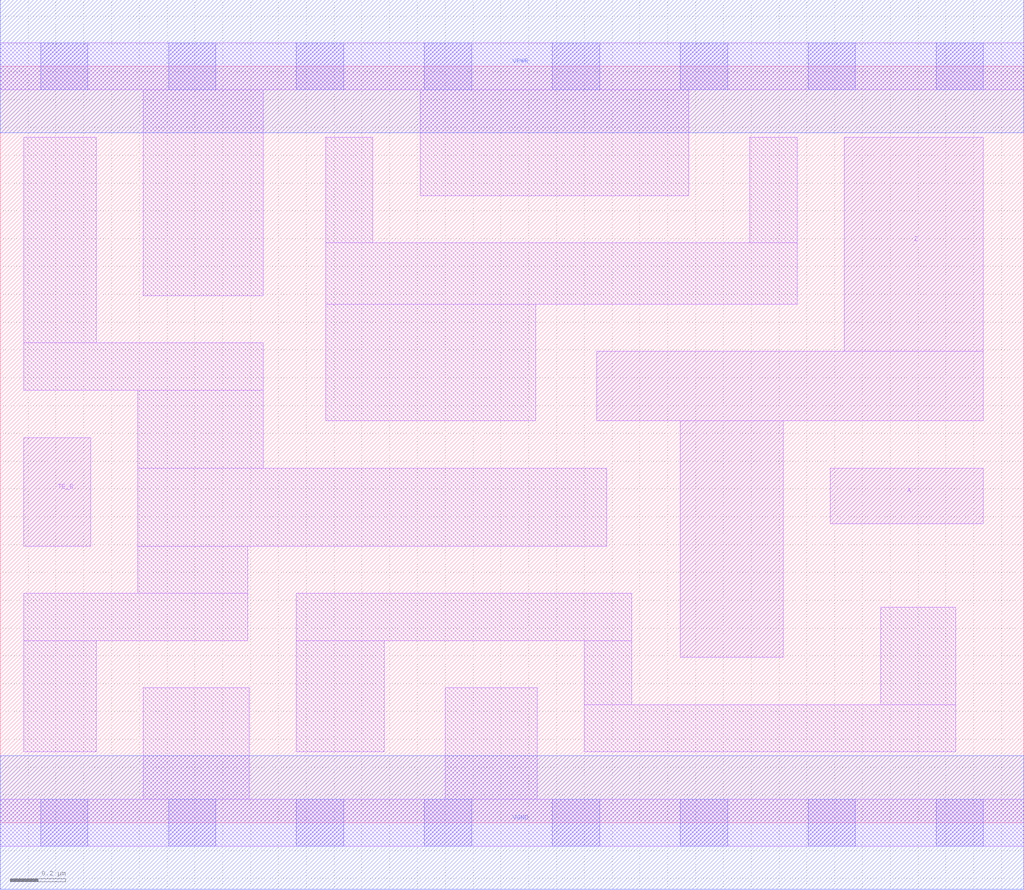
<source format=lef>
# Copyright 2020 The SkyWater PDK Authors
#
# Licensed under the Apache License, Version 2.0 (the "License");
# you may not use this file except in compliance with the License.
# You may obtain a copy of the License at
#
#     https://www.apache.org/licenses/LICENSE-2.0
#
# Unless required by applicable law or agreed to in writing, software
# distributed under the License is distributed on an "AS IS" BASIS,
# WITHOUT WARRANTIES OR CONDITIONS OF ANY KIND, either express or implied.
# See the License for the specific language governing permissions and
# limitations under the License.
#
# SPDX-License-Identifier: Apache-2.0

VERSION 5.7 ;
  NOWIREEXTENSIONATPIN ON ;
  DIVIDERCHAR "/" ;
  BUSBITCHARS "[]" ;
UNITS
  DATABASE MICRONS 200 ;
END UNITS
PROPERTYDEFINITIONS
  MACRO maskLayoutSubType STRING ;
  MACRO prCellType STRING ;
  MACRO originalViewName STRING ;
END PROPERTYDEFINITIONS
MACRO sky130_fd_sc_hdll__einvn_2
  CLASS CORE ;
  FOREIGN sky130_fd_sc_hdll__einvn_2 ;
  ORIGIN  0.000000  0.000000 ;
  SIZE  3.680000 BY  2.720000 ;
  SYMMETRY X Y R90 ;
  SITE unithd ;
  PIN A
    ANTENNAGATEAREA  0.555000 ;
    DIRECTION INPUT ;
    USE SIGNAL ;
    PORT
      LAYER li1 ;
        RECT 2.985000 1.075000 3.535000 1.275000 ;
    END
  END A
  PIN TE_B
    ANTENNAGATEAREA  0.516600 ;
    DIRECTION INPUT ;
    USE SIGNAL ;
    PORT
      LAYER li1 ;
        RECT 0.085000 0.995000 0.325000 1.385000 ;
    END
  END TE_B
  PIN VGND
    ANTENNADIFFAREA  0.284700 ;
    DIRECTION INOUT ;
    USE SIGNAL ;
    PORT
      LAYER met1 ;
        RECT 0.000000 -0.240000 3.680000 0.240000 ;
    END
  END VGND
  PIN VPWR
    ANTENNADIFFAREA  0.552600 ;
    DIRECTION INOUT ;
    USE SIGNAL ;
    PORT
      LAYER met1 ;
        RECT 0.000000 2.480000 3.680000 2.960000 ;
    END
  END VPWR
  PIN Z
    ANTENNADIFFAREA  0.768000 ;
    DIRECTION OUTPUT ;
    USE SIGNAL ;
    PORT
      LAYER li1 ;
        RECT 2.145000 1.445000 3.535000 1.695000 ;
        RECT 2.445000 0.595000 2.815000 1.445000 ;
        RECT 3.035000 1.695000 3.535000 2.465000 ;
    END
  END Z
  OBS
    LAYER li1 ;
      RECT 0.000000 -0.085000 3.680000 0.085000 ;
      RECT 0.000000  2.635000 3.680000 2.805000 ;
      RECT 0.085000  0.255000 0.345000 0.655000 ;
      RECT 0.085000  0.655000 0.890000 0.825000 ;
      RECT 0.085000  1.555000 0.945000 1.725000 ;
      RECT 0.085000  1.725000 0.345000 2.465000 ;
      RECT 0.495000  0.825000 0.890000 0.995000 ;
      RECT 0.495000  0.995000 2.180000 1.275000 ;
      RECT 0.495000  1.275000 0.945000 1.555000 ;
      RECT 0.515000  0.085000 0.895000 0.485000 ;
      RECT 0.515000  1.895000 0.945000 2.635000 ;
      RECT 1.065000  0.255000 1.380000 0.655000 ;
      RECT 1.065000  0.655000 2.270000 0.825000 ;
      RECT 1.170000  1.445000 1.925000 1.865000 ;
      RECT 1.170000  1.865000 2.865000 2.085000 ;
      RECT 1.170000  2.085000 1.340000 2.465000 ;
      RECT 1.510000  2.255000 2.475000 2.635000 ;
      RECT 1.600000  0.085000 1.930000 0.485000 ;
      RECT 2.100000  0.255000 3.435000 0.425000 ;
      RECT 2.100000  0.425000 2.270000 0.655000 ;
      RECT 2.695000  2.085000 2.865000 2.465000 ;
      RECT 3.165000  0.425000 3.435000 0.775000 ;
    LAYER mcon ;
      RECT 0.145000 -0.085000 0.315000 0.085000 ;
      RECT 0.145000  2.635000 0.315000 2.805000 ;
      RECT 0.605000 -0.085000 0.775000 0.085000 ;
      RECT 0.605000  2.635000 0.775000 2.805000 ;
      RECT 1.065000 -0.085000 1.235000 0.085000 ;
      RECT 1.065000  2.635000 1.235000 2.805000 ;
      RECT 1.525000 -0.085000 1.695000 0.085000 ;
      RECT 1.525000  2.635000 1.695000 2.805000 ;
      RECT 1.985000 -0.085000 2.155000 0.085000 ;
      RECT 1.985000  2.635000 2.155000 2.805000 ;
      RECT 2.445000 -0.085000 2.615000 0.085000 ;
      RECT 2.445000  2.635000 2.615000 2.805000 ;
      RECT 2.905000 -0.085000 3.075000 0.085000 ;
      RECT 2.905000  2.635000 3.075000 2.805000 ;
      RECT 3.365000 -0.085000 3.535000 0.085000 ;
      RECT 3.365000  2.635000 3.535000 2.805000 ;
  END
  PROPERTY maskLayoutSubType "abstract" ;
  PROPERTY prCellType "standard" ;
  PROPERTY originalViewName "layout" ;
END sky130_fd_sc_hdll__einvn_2
END LIBRARY

</source>
